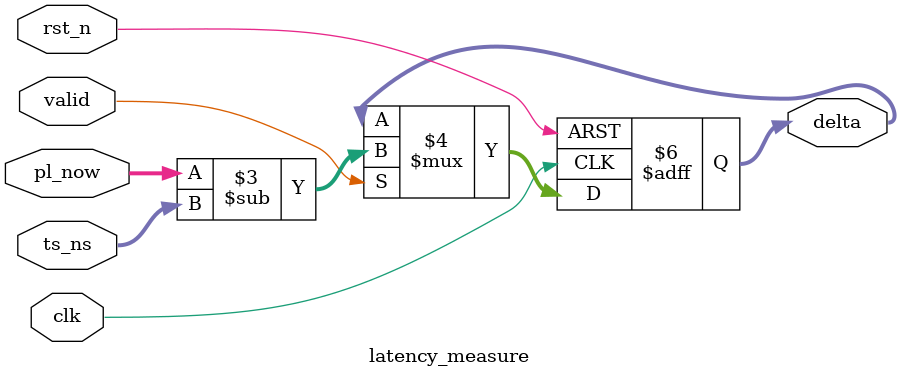
<source format=sv>
module latency_measure (
    input  logic clk,
    input  logic rst_n,

    input  logic [63:0] ts_ns,   // host timestamp from record
    input  logic [63:0] pl_now,  // local PL counter
    input  logic        valid,   // align with unpacked record

    output logic [63:0] delta
);
    always_ff @(posedge clk or negedge rst_n) begin
        if (!rst_n)
            delta <= 64'd0;
        else if (valid)
            delta <= pl_now - ts_ns;
    end
endmodule

</source>
